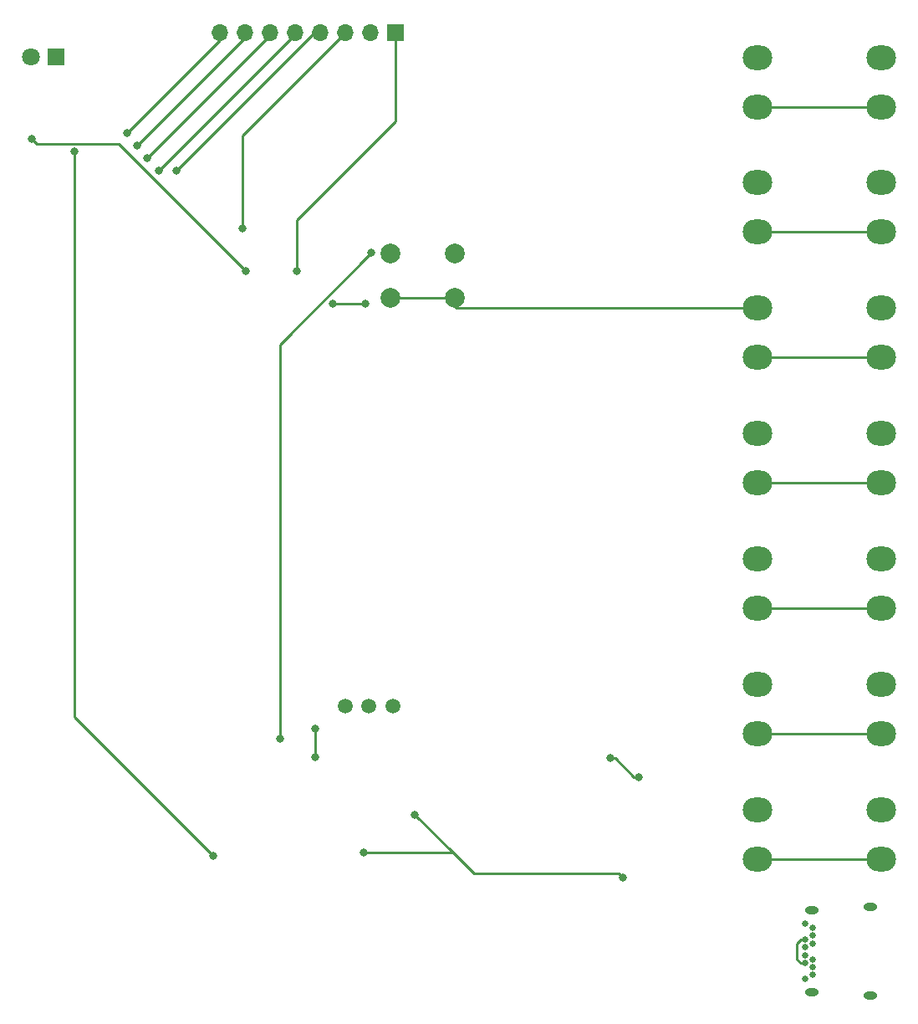
<source format=gbr>
%TF.GenerationSoftware,KiCad,Pcbnew,5.1.2*%
%TF.CreationDate,2019-07-09T23:39:58+10:00*%
%TF.ProjectId,eNo,654e6f2e-6b69-4636-9164-5f7063625858,rev?*%
%TF.SameCoordinates,Original*%
%TF.FileFunction,Copper,L2,Bot*%
%TF.FilePolarity,Positive*%
%FSLAX46Y46*%
G04 Gerber Fmt 4.6, Leading zero omitted, Abs format (unit mm)*
G04 Created by KiCad (PCBNEW 5.1.2) date 2019-07-09 23:39:58*
%MOMM*%
%LPD*%
G04 APERTURE LIST*
%ADD10C,0.650000*%
%ADD11O,1.400000X0.800000*%
%ADD12O,3.000000X2.500000*%
%ADD13R,1.800000X1.800000*%
%ADD14C,1.800000*%
%ADD15R,1.700000X1.700000*%
%ADD16O,1.700000X1.700000*%
%ADD17C,2.000000*%
%ADD18C,1.500000*%
%ADD19C,0.800000*%
%ADD20C,0.250000*%
G04 APERTURE END LIST*
D10*
X209334000Y-151244000D03*
X209334000Y-150444000D03*
X209334000Y-149644000D03*
X209334000Y-148044000D03*
X209334000Y-147244000D03*
X209334000Y-146444000D03*
X208634000Y-151644000D03*
X208634000Y-150044000D03*
X208634000Y-149244000D03*
X208634000Y-148444000D03*
X208634000Y-147644000D03*
X208634000Y-146044000D03*
D11*
X215184000Y-153334000D03*
X215184000Y-144354000D03*
X209234000Y-144714000D03*
X209234000Y-152974000D03*
D12*
X216288000Y-71022200D03*
X216288000Y-76022200D03*
X203788000Y-71022200D03*
X203788000Y-76022200D03*
D13*
X132715000Y-58293000D03*
D14*
X130175000Y-58293000D03*
D15*
X167132000Y-55880000D03*
D16*
X164592000Y-55880000D03*
X162052000Y-55880000D03*
X159512000Y-55880000D03*
X156972000Y-55880000D03*
X154432000Y-55880000D03*
X151892000Y-55880000D03*
X149352000Y-55880000D03*
D12*
X203788000Y-63373000D03*
X203788000Y-58373000D03*
X216288000Y-63373000D03*
X216288000Y-58373000D03*
X203788000Y-88722200D03*
X203788000Y-83722200D03*
X216288000Y-88722200D03*
X216288000Y-83722200D03*
X216288000Y-96393000D03*
X216288000Y-101393000D03*
X203788000Y-96393000D03*
X203788000Y-101393000D03*
X203788000Y-114093000D03*
X203788000Y-109093000D03*
X216288000Y-114093000D03*
X216288000Y-109093000D03*
X216288000Y-121793000D03*
X216288000Y-126793000D03*
X203788000Y-121793000D03*
X203788000Y-126793000D03*
X203788000Y-139493000D03*
X203788000Y-134493000D03*
X216288000Y-139493000D03*
X216288000Y-134493000D03*
D17*
X173126400Y-78253200D03*
X173126400Y-82753200D03*
X166626400Y-78253200D03*
X166626400Y-82753200D03*
D18*
X162001200Y-124002800D03*
X164441200Y-124002800D03*
X166881200Y-124002800D03*
D19*
X160782000Y-83312000D03*
X164033200Y-83312000D03*
X159004000Y-129235200D03*
X159004000Y-126288800D03*
X191770000Y-131191000D03*
X188849000Y-129286000D03*
X155397200Y-127355600D03*
X164693600Y-78130400D03*
X151638000Y-75692000D03*
X144907000Y-69850000D03*
X143129000Y-69850000D03*
X141986000Y-68580000D03*
X140970000Y-67310000D03*
X139954000Y-66040000D03*
X134620000Y-67868800D03*
X148691600Y-139192000D03*
X190128000Y-141381000D03*
X163855400Y-138811000D03*
X169087800Y-135001000D03*
X151942800Y-80010000D03*
X130302000Y-66649600D03*
X157124400Y-80010000D03*
D20*
X161347685Y-83312000D02*
X164033200Y-83312000D01*
X160782000Y-83312000D02*
X161347685Y-83312000D01*
X159004000Y-128669515D02*
X159004000Y-126288800D01*
X159004000Y-129235200D02*
X159004000Y-128669515D01*
X171712187Y-82753200D02*
X166626400Y-82753200D01*
X173126400Y-82753200D02*
X171712187Y-82753200D01*
X173206400Y-82833200D02*
X173126400Y-82753200D01*
X203788000Y-83722200D02*
X173206400Y-83722200D01*
X188976000Y-129286000D02*
X188849000Y-129286000D01*
X191204315Y-131191000D02*
X189357000Y-129286000D01*
X191770000Y-131191000D02*
X191204315Y-131191000D01*
X189357000Y-129286000D02*
X188849000Y-129286000D01*
X155397200Y-127355600D02*
X155397200Y-87426800D01*
X155397200Y-87426800D02*
X164693600Y-78130400D01*
X208174381Y-150044000D02*
X207772000Y-149641619D01*
X208634000Y-150044000D02*
X208174381Y-150044000D01*
X208174381Y-147644000D02*
X208634000Y-147644000D01*
X207772000Y-148046381D02*
X208174381Y-147644000D01*
X207772000Y-149641619D02*
X207772000Y-148046381D01*
X151638000Y-66294000D02*
X162052000Y-55880000D01*
X151638000Y-75692000D02*
X151638000Y-66294000D01*
X158877000Y-55880000D02*
X159512000Y-55880000D01*
X144907000Y-69850000D02*
X158877000Y-55880000D01*
X156972000Y-56007000D02*
X156972000Y-55880000D01*
X143129000Y-69850000D02*
X156972000Y-56007000D01*
X154432000Y-56134000D02*
X154432000Y-55880000D01*
X141986000Y-68580000D02*
X154432000Y-56134000D01*
X151892000Y-56388000D02*
X151892000Y-55880000D01*
X140970000Y-67310000D02*
X151892000Y-56388000D01*
X149352000Y-56642000D02*
X149352000Y-55880000D01*
X139954000Y-66040000D02*
X149352000Y-56642000D01*
X134620000Y-67868800D02*
X134620000Y-125120400D01*
X134620000Y-125120400D02*
X148691600Y-139192000D01*
X205538000Y-63373000D02*
X216288000Y-63373000D01*
X203788000Y-63373000D02*
X205538000Y-63373000D01*
X205538000Y-76022200D02*
X216288000Y-76022200D01*
X203788000Y-76022200D02*
X205538000Y-76022200D01*
X203788000Y-88722200D02*
X216288000Y-88722200D01*
X205538000Y-101393000D02*
X216288000Y-101393000D01*
X203788000Y-101393000D02*
X205538000Y-101393000D01*
X205538000Y-114093000D02*
X216288000Y-114093000D01*
X203788000Y-114093000D02*
X205538000Y-114093000D01*
X205538000Y-126793000D02*
X216288000Y-126793000D01*
X203788000Y-126793000D02*
X205538000Y-126793000D01*
X205538000Y-139493000D02*
X216288000Y-139493000D01*
X203788000Y-139493000D02*
X205538000Y-139493000D01*
X189728001Y-140981001D02*
X190128000Y-141381000D01*
X175067801Y-140981001D02*
X189728001Y-140981001D01*
X172897800Y-138811000D02*
X172923200Y-138836400D01*
X169087800Y-135001000D02*
X172923200Y-138836400D01*
X163855400Y-138811000D02*
X172897800Y-138811000D01*
X172923200Y-138836400D02*
X175067801Y-140981001D01*
X139076599Y-67143799D02*
X130796199Y-67143799D01*
X151942800Y-80010000D02*
X139076599Y-67143799D01*
X130796199Y-67143799D02*
X130302000Y-66649600D01*
X167132000Y-64820800D02*
X157124400Y-74828400D01*
X167132000Y-55880000D02*
X167132000Y-64820800D01*
X157124400Y-74828400D02*
X157124400Y-80010000D01*
M02*

</source>
